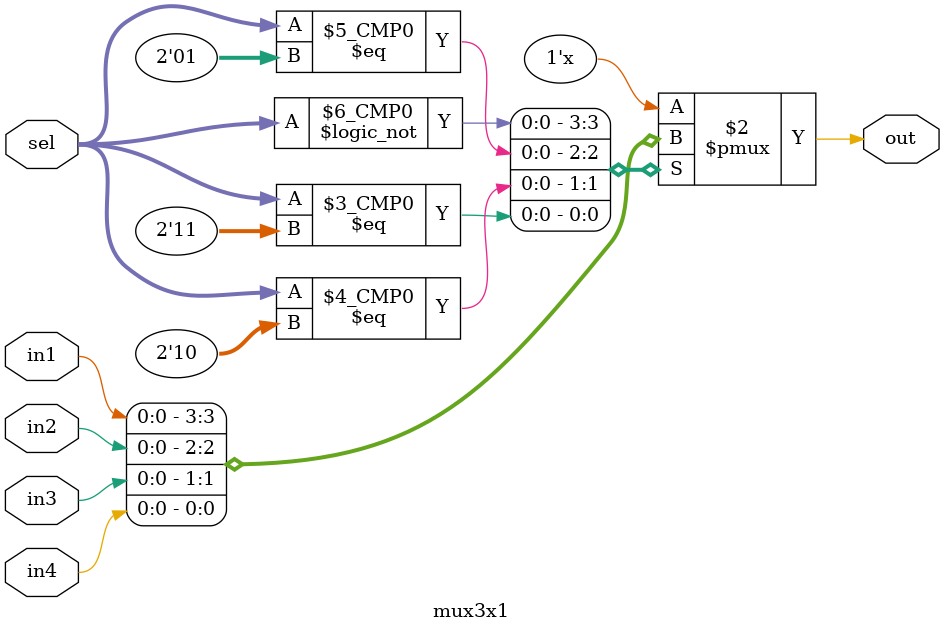
<source format=v>
module mux3x1(out,in1,in2,in3,in4,sel);
output out;
input in1,in2,in3,in4;
input[1:0]sel;
reg out;
always @(in1 or in2 or in3 or in4 or sel)
	case(sel)
	2'b00: out=in1;
	2'b01: out=in2;
	2'b10: out=in3;
	2'b11: out=in4;
	endcase
endmodule
</source>
